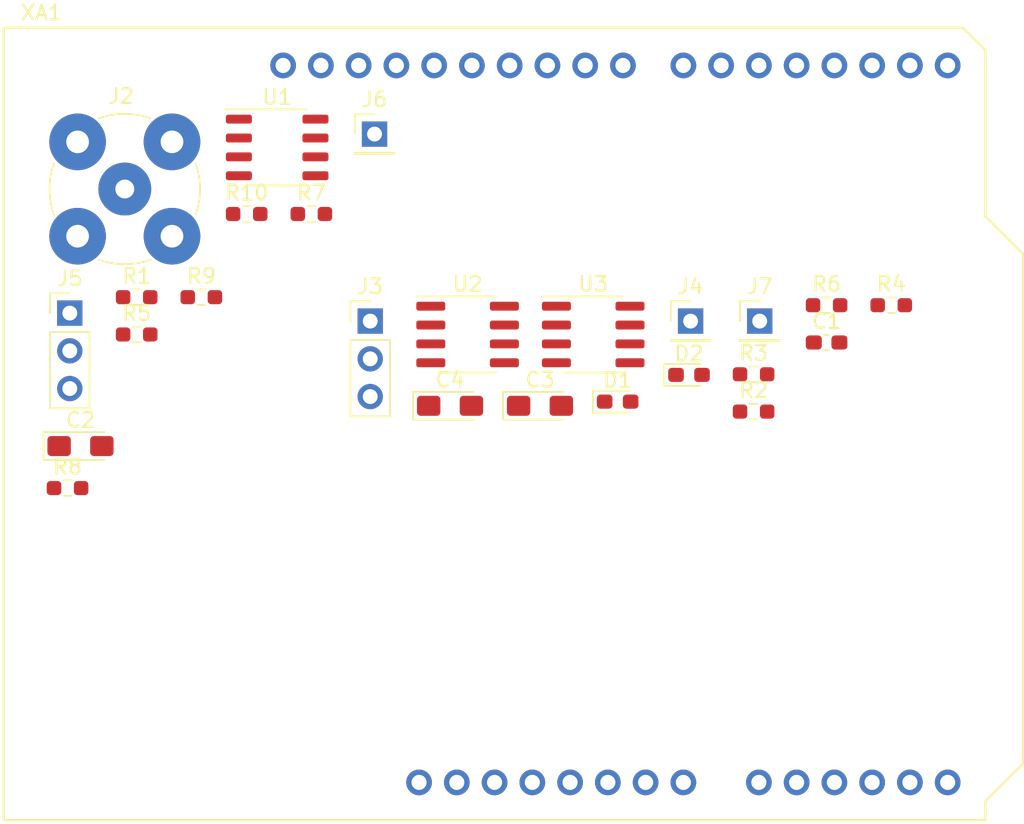
<source format=kicad_pcb>
(kicad_pcb (version 20211014) (generator pcbnew)
  (layers (0 "F.Cu" signal) (31 "B.Cu" signal) (36 "B.SilkS" user "B.Silkscreen") (37 "F.SilkS" user "F.Silkscreen") (38 "B.Mask" user) (39 "F.Mask" user) (44 "Edge.Cuts" user))
  (net 0 "")
  (net 1 "Net-(C1-Pad1)")
  (net 2 "Net-(C2-Pad1)")
  (net 3 "Net-(C2-Pad2)")
  (net 4 "GND")
  (net 5 "-5V")
  (net 6 "Net-(D1-Pad1)")
  (net 7 "/5V вн. пит")
  (net 8 "Net-(D2-Pad1)")
  (net 28 "+5V")
  (net 29 "/5V_ARD")
  (net 30 "/DAC_OUT")
  (net 31 "/SCL")
  (net 32 "/SDA")
  (net 33 "Net-(R6-Pad1)")
  (net 34 "Net-(R10-Pad2)")
  (net 35 "/С+Ш")
  (net 36 "/АЦП1")
  (net 37 "/Пр. посл.")
  (net 39 "/ИХ")
  (net 41 "Net-(C1-Pad2)")
  (footprint "Package_SO:SO-8_3.9x4.9mm_P1.27mm" (layer "F.Cu") (at 123.28 54.35)
    (fp_text reference "U1" (at 0 -3.4) (layer "F.SilkS"))
    (fp_text value "ICL7660")
    (fp_line (start 0 2.56) (end 1.95 2.56) (layer "F.SilkS") (width 0.12))
    (fp_line (start 0 2.56) (end -1.95 2.56) (layer "F.SilkS") (width 0.12))
    (fp_line (start 0 -2.56) (end 1.95 -2.56) (layer "F.SilkS") (width 0.12))
    (fp_line (start 0 -2.56) (end -3.45 -2.56) (layer "F.SilkS") (width 0.12))
    (pad "1" smd roundrect (at -2.575 -1.905) (size 1.75 0.6) (layers "F.Cu" "F.Paste" "F.Mask"))
    (pad "2" smd roundrect (at -2.575 -0.635) (size 1.75 0.6) (layers "F.Cu" "F.Paste" "F.Mask") (net 2 "Net-(C2-Pad1)"))
    (pad "3" smd roundrect (at -2.575 0.635) (size 1.75 0.6) (layers "F.Cu" "F.Paste" "F.Mask") (net 4 "GND"))
    (pad "4" smd roundrect (at -2.575 1.905) (size 1.75 0.6) (layers "F.Cu" "F.Paste" "F.Mask") (net 3 "Net-(C2-Pad2)"))
    (pad "5" smd roundrect (at 2.575 1.905) (size 1.75 0.6) (layers "F.Cu" "F.Paste" "F.Mask") (net 5 "-5V"))
    (pad "6" smd roundrect (at 2.575 0.635) (size 1.75 0.6) (layers "F.Cu" "F.Paste" "F.Mask"))
    (pad "7" smd roundrect (at 2.575 -0.635) (size 1.75 0.6) (layers "F.Cu" "F.Paste" "F.Mask"))
    (pad "8" smd roundrect (at 2.575 -1.905) (size 1.75 0.6) (layers "F.Cu" "F.Paste" "F.Mask") (net 29 "/5V_ARD"))
  )
  (footprint "Capacitor_Tantalum_SMD:CP_EIA-3216-18_Kemet-A_Pad1.58x1.35mm_HandSolder" (layer "F.Cu") (at 134.91 71.74)
    (fp_text reference "C4" (at 0 -1.75) (layer "F.SilkS"))
    (fp_text value "47u")
    (fp_line (start 1.6 -0.935) (end -2.485 -0.935) (layer "F.SilkS") (width 0.12))
    (fp_line (start -2.485 0.935) (end 1.6 0.935) (layer "F.SilkS") (width 0.12))
    (fp_line (start -2.485 -0.935) (end -2.485 0.935) (layer "F.SilkS") (width 0.12))
    (pad "1" smd roundrect (at -1.4375 0) (size 1.575 1.35) (layers "F.Cu" "F.Paste" "F.Mask") (roundrect_rratio 0.185185) (net 4 "GND"))
    (pad "2" smd roundrect (at 1.4375 0) (size 1.575 1.35) (layers "F.Cu" "F.Paste" "F.Mask") (roundrect_rratio 0.185185) (net 5 "-5V"))
  )
  (footprint "Capacitor_Tantalum_SMD:CP_EIA-3216-18_Kemet-A_Pad1.58x1.35mm_HandSolder" (layer "F.Cu") (at 140.96 71.74)
    (fp_text reference "C3" (at 0 -1.75) (layer "F.SilkS"))
    (fp_text value "47u")
    (fp_line (start 1.6 -0.935) (end -2.485 -0.935) (layer "F.SilkS") (width 0.12))
    (fp_line (start -2.485 0.935) (end 1.6 0.935) (layer "F.SilkS") (width 0.12))
    (fp_line (start -2.485 -0.935) (end -2.485 0.935) (layer "F.SilkS") (width 0.12))
    (pad "1" smd roundrect (at -1.4375 0) (size 1.575 1.35) (layers "F.Cu" "F.Paste" "F.Mask") (roundrect_rratio 0.185185) (net 28 "+5V"))
    (pad "2" smd roundrect (at 1.4375 0) (size 1.575 1.35) (layers "F.Cu" "F.Paste" "F.Mask") (roundrect_rratio 0.185185) (net 4 "GND"))
  )
  (footprint "Resistor_SMD:R_0603_1608Metric_Pad0.98x0.95mm_HandSolder" (layer "F.Cu") (at 121.23 58.83)
    (fp_text reference "R10" (at 0 -1.43) (layer "F.SilkS"))
    (fp_text value "10k")
    (fp_line (start -0.254724 0.5225) (end 0.254724 0.5225) (layer "F.SilkS") (width 0.12))
    (fp_line (start -0.254724 -0.5225) (end 0.254724 -0.5225) (layer "F.SilkS") (width 0.12))
    (pad "1" smd roundrect (at -0.9125 0) (size 0.975 0.95) (layers "F.Cu" "F.Paste" "F.Mask") (net 4 "GND"))
    (pad "2" smd roundrect (at 0.9125 0) (size 0.975 0.95) (layers "F.Cu" "F.Paste" "F.Mask") (net 34 "Net-(R10-Pad2)"))
  )
  (footprint "Resistor_SMD:R_0603_1608Metric_Pad0.98x0.95mm_HandSolder" (layer "F.Cu") (at 113.83 66.94)
    (fp_text reference "R5" (at 0 -1.43) (layer "F.SilkS"))
    (fp_text value "10k")
    (fp_line (start -0.254724 0.5225) (end 0.254724 0.5225) (layer "F.SilkS") (width 0.12))
    (fp_line (start -0.254724 -0.5225) (end 0.254724 -0.5225) (layer "F.SilkS") (width 0.12))
    (pad "1" smd roundrect (at -0.9125 0) (size 0.975 0.95) (layers "F.Cu" "F.Paste" "F.Mask") (net 4 "GND"))
    (pad "2" smd roundrect (at 0.9125 0) (size 0.975 0.95) (layers "F.Cu" "F.Paste" "F.Mask") (net 37 "/Пр. посл."))
  )
  (footprint "Connector_Coaxial:BNC_TEConnectivity_1478204_Vertical" (layer "F.Cu") (at 113.03 57.15)
    (fp_text reference "J2" (at -0.25 -6.25) (layer "F.SilkS"))
    (fp_text value "Conn_Coaxial")
    (fp_arc (start -4.75 1.75) (mid -5.062075 0.019867) (end -4.763589 -1.712663) (layer "F.SilkS") (width 0.12))
    (fp_arc (start 4.75 -1.75) (mid 5.062075 -0.019867) (end 4.763589 1.712663) (layer "F.SilkS") (width 0.12))
    (fp_arc (start -1.75 -4.75) (mid -0.019867 -5.062075) (end 1.712663 -4.763589) (layer "F.SilkS") (width 0.12))
    (fp_arc (start 1.75 4.75) (mid 0.019867 5.062075) (end -1.712663 4.763589) (layer "F.SilkS") (width 0.12))
    (pad "1" thru_hole circle (at 0 0) (size 3.556 3.556) (drill 1.27) (layers *.Cu *.Mask) (net 1 "Net-(C1-Pad1)"))
    (pad "2" thru_hole circle (at -3.175 3.175) (size 3.81 3.81) (drill 1.524) (layers *.Cu *.Mask) (net 4 "GND"))
    (pad "2" thru_hole circle (at 3.175 -3.175) (size 3.81 3.81) (drill 1.524) (layers *.Cu *.Mask) (net 4 "GND"))
    (pad "2" thru_hole circle (at -3.175 -3.175) (size 3.81 3.81) (drill 1.524) (layers *.Cu *.Mask) (net 4 "GND"))
    (pad "2" thru_hole circle (at 3.175 3.175) (size 3.81 3.81) (drill 1.524) (layers *.Cu *.Mask) (net 4 "GND"))
  )
  (footprint "Capacitor_Tantalum_SMD:CP_EIA-3216-18_Kemet-A_Pad1.58x1.35mm_HandSolder" (layer "F.Cu") (at 110.05 74.45)
    (fp_text reference "C2" (at 0 -1.75) (layer "F.SilkS"))
    (fp_text value "47u")
    (fp_line (start -2.485 0.935) (end 1.6 0.935) (layer "F.SilkS") (width 0.12))
    (fp_line (start 1.6 -0.935) (end -2.485 -0.935) (layer "F.SilkS") (width 0.12))
    (fp_line (start -2.485 -0.935) (end -2.485 0.935) (layer "F.SilkS") (width 0.12))
    (pad "1" smd roundrect (at -1.4375 0) (size 1.575 1.35) (layers "F.Cu" "F.Paste" "F.Mask") (roundrect_rratio 0.185185) (net 2 "Net-(C2-Pad1)"))
    (pad "2" smd roundrect (at 1.4375 0) (size 1.575 1.35) (layers "F.Cu" "F.Paste" "F.Mask") (roundrect_rratio 0.185185) (net 3 "Net-(C2-Pad2)"))
  )
  (footprint "Resistor_SMD:R_0603_1608Metric_Pad0.98x0.95mm_HandSolder" (layer "F.Cu") (at 109.18 77.28)
    (fp_text reference "R8" (at 0 -1.43) (layer "F.SilkS"))
    (fp_text value "20k")
    (fp_line (start -0.254724 0.5225) (end 0.254724 0.5225) (layer "F.SilkS") (width 0.12))
    (fp_line (start -0.254724 -0.5225) (end 0.254724 -0.5225) (layer "F.SilkS") (width 0.12))
    (pad "1" smd roundrect (at -0.9125 0) (size 0.975 0.95) (layers "F.Cu" "F.Paste" "F.Mask") (net 35 "/С+Ш"))
    (pad "2" smd roundrect (at 0.9125 0) (size 0.975 0.95) (layers "F.Cu" "F.Paste" "F.Mask") (net 34 "Net-(R10-Pad2)"))
  )
  (footprint "Package_SO:SOIC-8_3.9x4.9mm_P1.27mm" (layer "F.Cu") (at 144.54 66.94)
    (fp_text reference "U3" (at 0 -3.4) (layer "F.SilkS"))
    (fp_text value "NJM4580")
    (fp_line (start 0 -2.56) (end -3.45 -2.56) (layer "F.SilkS") (width 0.12))
    (fp_line (start 0 2.56) (end 1.95 2.56) (layer "F.SilkS") (width 0.12))
    (fp_line (start 0 -2.56) (end 1.95 -2.56) (layer "F.SilkS") (width 0.12))
    (fp_line (start 0 2.56) (end -1.95 2.56) (layer "F.SilkS") (width 0.12))
    (pad "1" smd roundrect (at -2.475 -1.905) (size 1.95 0.6) (layers "F.Cu" "F.Paste" "F.Mask") (net 36 "/АЦП1"))
    (pad "2" smd roundrect (at -2.475 -0.635) (size 1.95 0.6) (layers "F.Cu" "F.Paste" "F.Mask") (net 36 "/АЦП1"))
    (pad "3" smd roundrect (at -2.475 0.635) (size 1.95 0.6) (layers "F.Cu" "F.Paste" "F.Mask") (net 34 "Net-(R10-Pad2)"))
    (pad "4" smd roundrect (at -2.475 1.905) (size 1.95 0.6) (layers "F.Cu" "F.Paste" "F.Mask") (net 28 "+5V"))
    (pad "5" smd roundrect (at 2.475 1.905) (size 1.95 0.6) (layers "F.Cu" "F.Paste" "F.Mask"))
    (pad "6" smd roundrect (at 2.475 0.635) (size 1.95 0.6) (layers "F.Cu" "F.Paste" "F.Mask"))
    (pad "7" smd roundrect (at 2.475 -0.635) (size 1.95 0.6) (layers "F.Cu" "F.Paste" "F.Mask"))
    (pad "8" smd roundrect (at 2.475 -1.905) (size 1.95 0.6) (layers "F.Cu" "F.Paste" "F.Mask") (net 4 "GND"))
  )
  (footprint "Resistor_SMD:R_0603_1608Metric_Pad0.98x0.95mm_HandSolder" (layer "F.Cu") (at 118.18 64.43)
    (fp_text reference "R9" (at 0 -1.43) (layer "F.SilkS"))
    (fp_text value "20k")
    (fp_line (start -0.254724 -0.5225) (end 0.254724 -0.5225) (layer "F.SilkS") (width 0.12))
    (fp_line (start -0.254724 0.5225) (end 0.254724 0.5225) (layer "F.SilkS") (width 0.12))
    (pad "1" smd roundrect (at -0.9125 0) (size 0.975 0.95) (layers "F.Cu" "F.Paste" "F.Mask") (net 28 "+5V"))
    (pad "2" smd roundrect (at 0.9125 0) (size 0.975 0.95) (layers "F.Cu" "F.Paste" "F.Mask") (net 34 "Net-(R10-Pad2)"))
  )
  (footprint "Resistor_SMD:R_0603_1608Metric_Pad0.98x0.95mm_HandSolder" (layer "F.Cu") (at 113.83 64.43)
    (fp_text reference "R1" (at 0 -1.43) (layer "F.SilkS"))
    (fp_text value "100k")
    (fp_line (start -0.254724 0.5225) (end 0.254724 0.5225) (layer "F.SilkS") (width 0.12))
    (fp_line (start -0.254724 -0.5225) (end 0.254724 -0.5225) (layer "F.SilkS") (width 0.12))
    (pad "1" smd roundrect (at -0.9125 0) (size 0.975 0.95) (layers "F.Cu" "F.Paste" "F.Mask") (net 4 "GND"))
    (pad "2" smd roundrect (at 0.9125 0) (size 0.975 0.95) (layers "F.Cu" "F.Paste" "F.Mask") (net 41 "Net-(C1-Pad2)"))
  )
  (footprint "Connector_PinHeader_2.54mm:PinHeader_1x01_P2.54mm_Vertical" (layer "F.Cu") (at 129.83 53.45)
    (fp_text reference "J6" (at 0 -2.33) (layer "F.SilkS"))
    (fp_text value "Conn_01x01")
    (fp_line (start 1.33 1.27) (end 1.33 1.33) (layer "F.SilkS") (width 0.12))
    (fp_line (start -1.33 1.27) (end 1.33 1.27) (layer "F.SilkS") (width 0.12))
    (fp_line (start -1.33 0) (end -1.33 -1.33) (layer "F.SilkS") (width 0.12))
    (fp_line (start -1.33 1.27) (end -1.33 1.33) (layer "F.SilkS") (width 0.12))
    (fp_line (start -1.33 1.33) (end 1.33 1.33) (layer "F.SilkS") (width 0.12))
    (fp_line (start -1.33 -1.33) (end 0 -1.33) (layer "F.SilkS") (width 0.12))
    (pad "1" thru_hole rect (at 0 0) (size 1.7 1.7) (drill 1) (layers *.Cu *.Mask) (net 39 "/ИХ"))
  )
  (footprint "Connector_PinHeader_2.54mm:PinHeader_1x01_P2.54mm_Vertical" (layer "F.Cu") (at 155.74 66.04)
    (fp_text reference "J7" (at 0 -2.33) (layer "F.SilkS"))
    (fp_text value "Conn_01x01")
    (fp_line (start -1.33 -1.33) (end 0 -1.33) (layer "F.SilkS") (width 0.12))
    (fp_line (start -1.33 0) (end -1.33 -1.33) (layer "F.SilkS") (width 0.12))
    (fp_line (start -1.33 1.33) (end 1.33 1.33) (layer "F.SilkS") (width 0.12))
    (fp_line (start -1.33 1.27) (end 1.33 1.27) (layer "F.SilkS") (width 0.12))
    (fp_line (start 1.33 1.27) (end 1.33 1.33) (layer "F.SilkS") (width 0.12))
    (fp_line (start -1.33 1.27) (end -1.33 1.33) (layer "F.SilkS") (width 0.12))
    (pad "1" thru_hole rect (at 0 0) (size 1.7 1.7) (drill 1) (layers *.Cu *.Mask) (net 35 "/С+Ш"))
  )
  (footprint "Package_SO:SOIC-8_3.9x4.9mm_P1.27mm" (layer "F.Cu") (at 136.09 66.94)
    (fp_text reference "U2" (at 0 -3.4) (layer "F.SilkS"))
    (fp_text value "NJM4580")
    (fp_line (start 0 2.56) (end 1.95 2.56) (layer "F.SilkS") (width 0.12))
    (fp_line (start 0 -2.56) (end 1.95 -2.56) (layer "F.SilkS") (width 0.12))
    (fp_line (start 0 2.56) (end -1.95 2.56) (layer "F.SilkS") (width 0.12))
    (fp_line (start 0 -2.56) (end -3.45 -2.56) (layer "F.SilkS") (width 0.12))
    (pad "1" smd roundrect (at -2.475 -1.905) (size 1.95 0.6) (layers "F.Cu" "F.Paste" "F.Mask") (net 37 "/Пр. посл."))
    (pad "2" smd roundrect (at -2.475 -0.635) (size 1.95 0.6) (layers "F.Cu" "F.Paste" "F.Mask") (net 37 "/Пр. посл."))
    (pad "3" smd roundrect (at -2.475 0.635) (size 1.95 0.6) (layers "F.Cu" "F.Paste" "F.Mask") (net 41 "Net-(C1-Pad2)"))
    (pad "4" smd roundrect (at -2.475 1.905) (size 1.95 0.6) (layers "F.Cu" "F.Paste" "F.Mask") (net 28 "+5V"))
    (pad "5" smd roundrect (at 2.475 1.905) (size 1.95 0.6) (layers "F.Cu" "F.Paste" "F.Mask") (net 37 "/Пр. посл."))
    (pad "6" smd roundrect (at 2.475 0.635) (size 1.95 0.6) (layers "F.Cu" "F.Paste" "F.Mask") (net 33 "Net-(R6-Pad1)"))
    (pad "7" smd roundrect (at 2.475 -0.635) (size 1.95 0.6) (layers "F.Cu" "F.Paste" "F.Mask") (net 35 "/С+Ш"))
    (pad "8" smd roundrect (at 2.475 -1.905) (size 1.95 0.6) (layers "F.Cu" "F.Paste" "F.Mask") (net 5 "-5V"))
  )
  (footprint "Diode_SMD:D_0603_1608Metric_Pad1.05x0.95mm_HandSolder" (layer "F.Cu") (at 146.185 71.46)
    (fp_text reference "D1" (at 0 -1.43) (layer "F.SilkS"))
    (fp_text value "LED")
    (fp_line (start -1.66 0.735) (end 0.8 0.735) (layer "F.SilkS") (width 0.12))
    (fp_line (start -1.66 -0.735) (end -1.66 0.735) (layer "F.SilkS") (width 0.12))
    (fp_line (start 0.8 -0.735) (end -1.66 -0.735) (layer "F.SilkS") (width 0.12))
    (pad "1" smd roundrect (at -0.875 0) (size 1.05 0.95) (layers "F.Cu" "F.Paste" "F.Mask") (net 6 "Net-(D1-Pad1)"))
    (pad "2" smd roundrect (at 0.875 0) (size 1.05 0.95) (layers "F.Cu" "F.Paste" "F.Mask") (net 7 "/5V вн. пит"))
  )
  (footprint "Connector_PinHeader_2.54mm:PinHeader_1x03_P2.54mm_Vertical" (layer "F.Cu") (at 109.33 65.5)
    (fp_text reference "J5" (at 0 -2.33) (layer "F.SilkS"))
    (fp_text value "Conn_01x03")
    (fp_line (start -1.33 6.41) (end 1.33 6.41) (layer "F.SilkS") (width 0.12))
    (fp_line (start -1.33 1.27) (end 1.33 1.27) (layer "F.SilkS") (width 0.12))
    (fp_line (start -1.33 0) (end -1.33 -1.33) (layer "F.SilkS") (width 0.12))
    (fp_line (start -1.33 1.27) (end -1.33 6.41) (layer "F.SilkS") (width 0.12))
    (fp_line (start -1.33 -1.33) (end 0 -1.33) (layer "F.SilkS") (width 0.12))
    (fp_line (start 1.33 1.27) (end 1.33 6.41) (layer "F.SilkS") (width 0.12))
    (pad "1" thru_hole rect (at 0 0) (size 1.7 1.7) (drill 1) (layers *.Cu *.Mask) (net 7 "/5V вн. пит"))
    (pad "2" thru_hole oval (at 0 2.54) (size 1.7 1.7) (drill 1) (layers *.Cu *.Mask) (net 28 "+5V"))
    (pad "3" thru_hole oval (at 0 5.08) (size 1.7 1.7) (drill 1) (layers *.Cu *.Mask) (net 29 "/5V_ARD"))
  )
  (footprint "Capacitor_SMD:C_0603_1608Metric_Pad1.08x0.95mm_HandSolder" (layer "F.Cu") (at 160.24 67.48)
    (fp_text reference "C1" (at 0 -1.43) (layer "F.SilkS"))
    (fp_text value "1n")
    (fp_line (start -0.146267 -0.51) (end 0.146267 -0.51) (layer "F.SilkS") (width 0.12))
    (fp_line (start -0.146267 0.51) (end 0.146267 0.51) (layer "F.SilkS") (width 0.12))
    (pad "1" smd roundrect (at -0.8625 0) (size 1.075 0.95) (layers "F.Cu" "F.Paste" "F.Mask") (net 1 "Net-(C1-Pad1)"))
    (pad "2" smd roundrect (at 0.8625 0) (size 1.075 0.95) (layers "F.Cu" "F.Paste" "F.Mask") (net 41 "Net-(C1-Pad2)"))
  )
  (footprint "Resistor_SMD:R_0603_1608Metric_Pad0.98x0.95mm_HandSolder" (layer "F.Cu") (at 164.59 64.97)
    (fp_text reference "R4" (at 0 -1.43) (layer "F.SilkS"))
    (fp_text value "10k")
    (fp_line (start -0.254724 0.5225) (end 0.254724 0.5225) (layer "F.SilkS") (width 0.12))
    (fp_line (start -0.254724 -0.5225) (end 0.254724 -0.5225) (layer "F.SilkS") (width 0.12))
    (pad "1" smd roundrect (at -0.9125 0) (size 0.975 0.95) (layers "F.Cu" "F.Paste" "F.Mask") (net 5 "-5V"))
    (pad "2" smd roundrect (at 0.9125 0) (size 0.975 0.95) (layers "F.Cu" "F.Paste" "F.Mask") (net 37 "/Пр. посл."))
  )
  (footprint "Resistor_SMD:R_0603_1608Metric_Pad0.98x0.95mm_HandSolder" (layer "F.Cu") (at 125.58 58.83)
    (fp_text reference "R7" (at 0 -1.43) (layer "F.SilkS"))
    (fp_text value "10k")
    (fp_line (start -0.254724 -0.5225) (end 0.254724 -0.5225) (layer "F.SilkS") (width 0.12))
    (fp_line (start -0.254724 0.5225) (end 0.254724 0.5225) (layer "F.SilkS") (width 0.12))
    (pad "1" smd roundrect (at -0.9125 0) (size 0.975 0.95) (layers "F.Cu" "F.Paste" "F.Mask") (net 4 "GND"))
    (pad "2" smd roundrect (at 0.9125 0) (size 0.975 0.95) (layers "F.Cu" "F.Paste" "F.Mask") (net 33 "Net-(R6-Pad1)"))
  )
  (footprint "Connector_PinHeader_2.54mm:PinHeader_1x01_P2.54mm_Vertical" (layer "F.Cu") (at 151.09 66.04)
    (fp_text reference "J4" (at 0 -2.33) (layer "F.SilkS"))
    (fp_text value "Conn_01x01_Male")
    (fp_line (start -1.33 1.33) (end 1.33 1.33) (layer "F.SilkS") (width 0.12))
    (fp_line (start -1.33 1.27) (end 1.33 1.27) (layer "F.SilkS") (width 0.12))
    (fp_line (start -1.33 -1.33) (end 0 -1.33) (layer "F.SilkS") (width 0.12))
    (fp_line (start -1.33 0) (end -1.33 -1.33) (layer "F.SilkS") (width 0.12))
    (fp_line (start 1.33 1.27) (end 1.33 1.33) (layer "F.SilkS") (width 0.12))
    (fp_line (start -1.33 1.27) (end -1.33 1.33) (layer "F.SilkS") (width 0.12))
    (pad "1" thru_hole rect (at 0 0) (size 1.7 1.7) (drill 1) (layers *.Cu *.Mask) (net 30 "/DAC_OUT"))
  )
  (footprint "Resistor_SMD:R_0603_1608Metric_Pad0.98x0.95mm_HandSolder" (layer "F.Cu") (at 155.33 72.13)
    (fp_text reference "R2" (at 0 -1.43) (layer "F.SilkS"))
    (fp_text value "510")
    (fp_line (start -0.254724 -0.5225) (end 0.254724 -0.5225) (layer "F.SilkS") (width 0.12))
    (fp_line (start -0.254724 0.5225) (end 0.254724 0.5225) (layer "F.SilkS") (width 0.12))
    (pad "1" smd roundrect (at -0.9125 0) (size 0.975 0.95) (layers "F.Cu" "F.Paste" "F.Mask") (net 4 "GND"))
    (pad "2" smd roundrect (at 0.9125 0) (size 0.975 0.95) (layers "F.Cu" "F.Paste" "F.Mask") (net 6 "Net-(D1-Pad1)"))
  )
  (footprint "Resistor_SMD:R_0603_1608Metric_Pad0.98x0.95mm_HandSolder" (layer "F.Cu") (at 155.33 69.62)
    (fp_text reference "R3" (at 0 -1.43) (layer "F.SilkS"))
    (fp_text value "510")
    (fp_line (start -0.254724 0.5225) (end 0.254724 0.5225) (layer "F.SilkS") (width 0.12))
    (fp_line (start -0.254724 -0.5225) (end 0.254724 -0.5225) (layer "F.SilkS") (width 0.12))
    (pad "1" smd roundrect (at -0.9125 0) (size 0.975 0.95) (layers "F.Cu" "F.Paste" "F.Mask") (net 4 "GND"))
    (pad "2" smd roundrect (at 0.9125 0) (size 0.975 0.95) (layers "F.Cu" "F.Paste" "F.Mask") (net 8 "Net-(D2-Pad1)"))
  )
  (footprint "Connector_PinHeader_2.54mm:PinHeader_1x03_P2.54mm_Vertical" (layer "F.Cu") (at 129.54 66.04)
    (fp_text reference "J3" (at 0 -2.33) (layer "F.SilkS"))
    (fp_text value "WF-3")
    (fp_line (start -1.33 0) (end -1.33 -1.33) (layer "F.SilkS") (width 0.12))
    (fp_line (start -1.33 -1.33) (end 0 -1.33) (layer "F.SilkS") (width 0.12))
    (fp_line (start -1.33 1.27) (end -1.33 6.41) (layer "F.SilkS") (width 0.12))
    (fp_line (start -1.33 1.27) (end 1.33 1.27) (layer "F.SilkS") (width 0.12))
    (fp_line (start 1.33 1.27) (end 1.33 6.41) (layer "F.SilkS") (width 0.12))
    (fp_line (start -1.33 6.41) (end 1.33 6.41) (layer "F.SilkS") (width 0.12))
    (pad "1" thru_hole rect (at 0 0) (size 1.7 1.7) (drill 1) (layers *.Cu *.Mask) (net 5 "-5V"))
    (pad "2" thru_hole oval (at 0 2.54) (size 1.7 1.7) (drill 1) (layers *.Cu *.Mask) (net 4 "GND"))
    (pad "3" thru_hole oval (at 0 5.08) (size 1.7 1.7) (drill 1) (layers *.Cu *.Mask) (net 7 "/5V вн. пит"))
  )
  (footprint "Diode_SMD:D_0603_1608Metric_Pad1.05x0.95mm_HandSolder" (layer "F.Cu") (at 150.985 69.66)
    (fp_text reference "D2" (at 0 -1.43) (layer "F.SilkS"))
    (fp_text value "LED")
    (fp_line (start -1.66 0.735) (end 0.8 0.735) (layer "F.SilkS") (width 0.12))
    (fp_line (start -1.66 -0.735) (end -1.66 0.735) (layer "F.SilkS") (width 0.12))
    (fp_line (start 0.8 -0.735) (end -1.66 -0.735) (layer "F.SilkS") (width 0.12))
    (pad "1" smd roundrect (at -0.875 0) (size 1.05 0.95) (layers "F.Cu" "F.Paste" "F.Mask") (net 8 "Net-(D2-Pad1)"))
    (pad "2" smd roundrect (at 0.875 0) (size 1.05 0.95) (layers "F.Cu" "F.Paste" "F.Mask") (net 29 "/5V_ARD"))
  )
  (footprint "Resistor_SMD:R_0603_1608Metric_Pad0.98x0.95mm_HandSolder" (layer "F.Cu") (at 160.24 64.97)
    (fp_text reference "R6" (at 0 -1.43) (layer "F.SilkS"))
    (fp_text value "10k")
    (fp_line (start -0.254724 0.5225) (end 0.254724 0.5225) (layer "F.SilkS") (width 0.12))
    (fp_line (start -0.254724 -0.5225) (end 0.254724 -0.5225) (layer "F.SilkS") (width 0.12))
    (pad "1" smd roundrect (at -0.9125 0) (size 0.975 0.95) (layers "F.Cu" "F.Paste" "F.Mask") (net 33 "Net-(R6-Pad1)"))
    (pad "2" smd roundrect (at 0.9125 0) (size 0.975 0.95) (layers "F.Cu" "F.Paste" "F.Mask") (net 35 "/С+Ш"))
  )
  (footprint "Arduino:Arduino_101_Shield_No_SPI" (layer "F.Cu") (at 104.885 99.63)
    (fp_text reference "XA1" (at 2.54 -54.356) (layer "F.SilkS"))
    (fp_text value "Arduino_101_Shield_No_SPI")
    (fp_line (start 64.516 -53.34) (end 66.04 -51.816) (layer "F.SilkS") (width 0.15))
    (fp_line (start 0 -53.34) (end 0 0) (layer "F.SilkS") (width 0.15))
    (fp_line (start 66.04 0) (end 66.04 -1.27) (layer "F.SilkS") (width 0.15))
    (fp_line (start 68.58 -3.81) (end 68.58 -38.1) (layer "F.SilkS") (width 0.15))
    (fp_line (start 68.58 -38.1) (end 66.04 -40.64) (layer "F.SilkS") (width 0.15))
    (fp_line (start 0 -53.34) (end 64.516 -53.34) (layer "F.SilkS") (width 0.15))
    (fp_line (start 0 0) (end 66.04 0) (layer "F.SilkS") (width 0.15))
    (fp_line (start 66.04 -40.64) (end 66.04 -51.816) (layer "F.SilkS") (width 0.15))
    (fp_line (start 66.04 -1.27) (end 68.58 -3.81) (layer "F.SilkS") (width 0.15))
    (pad "3V3" thru_hole oval (at 35.56 -2.54) (size 1.7272 1.7272) (drill 1.016) (layers *.Cu *.Mask))
    (pad "5V1" thru_hole oval (at 38.1 -2.54) (size 1.7272 1.7272) (drill 1.016) (layers *.Cu *.Mask) (net 29 "/5V_ARD"))
    (pad "A0" thru_hole oval (at 50.8 -2.54) (size 1.7272 1.7272) (drill 1.016) (layers *.Cu *.Mask))
    (pad "A1" thru_hole oval (at 53.34 -2.54) (size 1.7272 1.7272) (drill 1.016) (layers *.Cu *.Mask))
    (pad "A2" thru_hole oval (at 55.88 -2.54) (size 1.7272 1.7272) (drill 1.016) (layers *.Cu *.Mask))
    (pad "A3" thru_hole oval (at 58.42 -2.54) (size 1.7272 1.7272) (drill 1.016) (layers *.Cu *.Mask))
    (pad "A4" thru_hole oval (at 60.96 -2.54) (size 1.7272 1.7272) (drill 1.016) (layers *.Cu *.Mask))
    (pad "A5" thru_hole oval (at 63.5 -2.54) (size 1.7272 1.7272) (drill 1.016) (layers *.Cu *.Mask))
    (pad "AREF" thru_hole oval (at 23.876 -50.8) (size 1.7272 1.7272) (drill 1.016) (layers *.Cu *.Mask))
    (pad "ATN" thru_hole oval (at 27.94 -2.54) (size 1.7272 1.7272) (drill 1.016) (layers *.Cu *.Mask))
    (pad "D0" thru_hole oval (at 63.5 -50.8) (size 1.7272 1.7272) (drill 1.016) (layers *.Cu *.Mask))
    (pad "D1" thru_hole oval (at 60.96 -50.8) (size 1.7272 1.7272) (drill 1.016) (layers *.Cu *.Mask))
    (pad "D2" thru_hole oval (at 58.42 -50.8) (size 1.7272 1.7272) (drill 1.016) (layers *.Cu *.Mask) (net 39 "/ИХ"))
    (pad "D3" thru_hole oval (at 55.88 -50.8) (size 1.7272 1.7272) (drill 1.016) (layers *.Cu *.Mask) (net 37 "/Пр. посл."))
    (pad "D4" thru_hole oval (at 53.34 -50.8) (size 1.7272 1.7272) (drill 1.016) (layers *.Cu *.Mask))
    (pad "D5" thru_hole oval (at 50.8 -50.8) (size 1.7272 1.7272) (drill 1.016) (layers *.Cu *.Mask))
    (pad "D6" thru_hole oval (at 48.26 -50.8) (size 1.7272 1.7272) (drill 1.016) (layers *.Cu *.Mask))
    (pad "D7" thru_hole oval (at 45.72 -50.8) (size 1.7272 1.7272) (drill 1.016) (layers *.Cu *.Mask))
    (pad "D8" thru_hole oval (at 41.656 -50.8) (size 1.7272 1.7272) (drill 1.016) (layers *.Cu *.Mask) (net 36 "/АЦП1"))
    (pad "D9" thru_hole oval (at 39.116 -50.8) (size 1.7272 1.7272) (drill 1.016) (layers *.Cu *.Mask))
    (pad "D10" thru_hole oval (at 36.576 -50.8) (size 1.7272 1.7272) (drill 1.016) (layers *.Cu *.Mask))
    (pad "D11" thru_hole oval (at 34.036 -50.8) (size 1.7272 1.7272) (drill 1.016) (layers *.Cu *.Mask))
    (pad "D12" thru_hole oval (at 31.496 -50.8) (size 1.7272 1.7272) (drill 1.016) (layers *.Cu *.Mask))
    (pad "D13" thru_hole oval (at 28.956 -50.8) (size 1.7272 1.7272) (drill 1.016) (layers *.Cu *.Mask))
    (pad "GND1" thru_hole oval (at 26.416 -50.8) (size 1.7272 1.7272) (drill 1.016) (layers *.Cu *.Mask) (net 4 "GND"))
    (pad "GND2" thru_hole oval (at 40.64 -2.54) (size 1.7272 1.7272) (drill 1.016) (layers *.Cu *.Mask) (net 4 "GND"))
    (pad "GND3" thru_hole oval (at 43.18 -2.54) (size 1.7272 1.7272) (drill 1.016) (layers *.Cu *.Mask) (net 4 "GND"))
    (pad "IORF" thru_hole oval (at 30.48 -2.54) (size 1.7272 1.7272) (drill 1.016) (layers *.Cu *.Mask) (net 29 "/5V_ARD"))
    (pad "RST1" thru_hole oval (at 33.02 -2.54) (size 1.7272 1.7272) (drill 1.016) (layers *.Cu *.Mask))
    (pad "SCL" thru_hole oval (at 18.796 -50.8) (size 1.7272 1.7272) (drill 1.016) (layers *.Cu *.Mask) (net 31 "/SCL"))
    (pad "SDA" thru_hole oval (at 21.336 -50.8) (size 1.7272 1.7272) (drill 1.016) (layers *.Cu *.Mask) (net 32 "/SDA"))
    (pad "VIN" thru_hole oval (at 45.72 -2.54) (size 1.7272 1.7272) (drill 1.016) (layers *.Cu *.Mask))
  )
)
</source>
